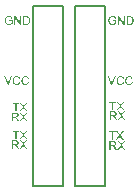
<source format=gto>
%FSLAX33Y33*%
%MOMM*%
%ADD10C,0.15*%
D10*
%LNtop silkscreen_traces*%
%LNtop silkscreen component 5c77d384395e6726*%
G01*
X2921Y0635D02*
X2921Y15875D01*
X5461Y15875*
X5461Y0635*
X2921Y0635*
G36*
X0927Y14535D02*
X0927Y14620D01*
X1235Y14620D01*
X1235Y14351D01*
X1199Y14324D01*
X1163Y14301D01*
X1126Y14282D01*
X1088Y14266D01*
X1050Y14253D01*
X1012Y14244D01*
X0973Y14239D01*
X0934Y14237D01*
X0881Y14240D01*
X0831Y14248D01*
X0784Y14263D01*
X0739Y14283D01*
X0698Y14308D01*
X0662Y14339D01*
X0632Y14375D01*
X0607Y14416D01*
X0587Y14460D01*
X0573Y14507D01*
X0565Y14557D01*
X0562Y14610D01*
X0565Y14662D01*
X0573Y14712D01*
X0587Y14761D01*
X0606Y14808D01*
X0631Y14851D01*
X0661Y14888D01*
X0695Y14919D01*
X0734Y14944D01*
X0777Y14964D01*
X0824Y14978D01*
X0873Y14986D01*
X0926Y14989D01*
X0965Y14987D01*
X1001Y14983D01*
X1036Y14975D01*
X1069Y14964D01*
X1099Y14949D01*
X1126Y14933D01*
X1149Y14914D01*
X1169Y14892D01*
X1186Y14868D01*
X1201Y14840D01*
X1213Y14808D01*
X1224Y14773D01*
X1137Y14749D01*
X1128Y14776D01*
X1119Y14799D01*
X1108Y14819D01*
X1096Y14837D01*
X1083Y14852D01*
X1067Y14865D01*
X1048Y14877D01*
X1027Y14888D01*
X1004Y14896D01*
X0979Y14902D01*
X0954Y14906D01*
X0927Y14907D01*
X0895Y14905D01*
X0865Y14902D01*
X0838Y14895D01*
X0813Y14887D01*
X0790Y14876D01*
X0769Y14863D01*
X0751Y14849D01*
X0735Y14834D01*
X0721Y14817D01*
X0709Y14799D01*
X0698Y14781D01*
X0689Y14762D01*
X0677Y14727D01*
X0668Y14692D01*
X0663Y14654D01*
X0661Y14616D01*
X0663Y14569D01*
X0670Y14526D01*
X0680Y14488D01*
X0695Y14453D01*
X0713Y14422D01*
X0736Y14396D01*
X0762Y14374D01*
X0792Y14356D01*
X0825Y14342D01*
X0858Y14332D01*
X0893Y14326D01*
X0928Y14324D01*
X0959Y14325D01*
X0990Y14330D01*
X1020Y14337D01*
X1050Y14348D01*
X1078Y14360D01*
X1103Y14373D01*
X1123Y14386D01*
X1141Y14399D01*
X1141Y14535D01*
X0927Y14535D01*
X0927Y14535D01*
X1376Y14249D02*
X1376Y14977D01*
X1474Y14977D01*
X1856Y14406D01*
X1856Y14977D01*
X1949Y14977D01*
X1949Y14249D01*
X1850Y14249D01*
X1468Y14821D01*
X1468Y14249D01*
X1376Y14249D01*
X1376Y14249D01*
X2110Y14249D02*
X2110Y14977D01*
X2359Y14977D01*
X2359Y14891D01*
X2207Y14891D01*
X2207Y14335D01*
X2207Y14335D01*
X2362Y14335D01*
X2396Y14336D01*
X2426Y14339D01*
X2452Y14343D01*
X2475Y14349D01*
X2494Y14356D01*
X2512Y14365D01*
X2527Y14375D01*
X2540Y14386D01*
X2556Y14405D01*
X2570Y14426D01*
X2583Y14451D01*
X2593Y14478D01*
X2602Y14509D01*
X2608Y14542D01*
X2611Y14579D01*
X2612Y14618D01*
X2610Y14672D01*
X2603Y14719D01*
X2591Y14760D01*
X2575Y14794D01*
X2555Y14822D01*
X2534Y14845D01*
X2510Y14863D01*
X2484Y14876D01*
X2462Y14882D01*
X2433Y14887D01*
X2399Y14890D01*
X2359Y14891D01*
X2359Y14977D01*
X2361Y14977D01*
X2401Y14976D01*
X2436Y14974D01*
X2466Y14971D01*
X2490Y14966D01*
X2521Y14958D01*
X2548Y14946D01*
X2574Y14932D01*
X2597Y14914D01*
X2624Y14888D01*
X2647Y14859D01*
X2667Y14826D01*
X2683Y14790D01*
X2696Y14751D01*
X2705Y14709D01*
X2710Y14664D01*
X2712Y14617D01*
X2710Y14577D01*
X2707Y14539D01*
X2701Y14503D01*
X2692Y14470D01*
X2682Y14440D01*
X2670Y14412D01*
X2657Y14387D01*
X2643Y14364D01*
X2627Y14344D01*
X2611Y14327D01*
X2594Y14311D01*
X2576Y14298D01*
X2558Y14287D01*
X2537Y14277D01*
X2514Y14269D01*
X2490Y14262D01*
X2463Y14256D01*
X2435Y14252D01*
X2405Y14250D01*
X2373Y14249D01*
X2110Y14249D01*
X2110Y14249D01*
X0794Y9169D02*
X0512Y9897D01*
X0617Y9897D01*
X0806Y9368D01*
X0817Y9337D01*
X0827Y9307D01*
X0836Y9278D01*
X0844Y9249D01*
X0853Y9279D01*
X0862Y9309D01*
X0872Y9339D01*
X0883Y9368D01*
X1079Y9897D01*
X1178Y9897D01*
X0893Y9169D01*
X0794Y9169D01*
X0794Y9169D01*
X1783Y9424D02*
X1879Y9400D01*
X1861Y9344D01*
X1837Y9296D01*
X1807Y9254D01*
X1770Y9219D01*
X1729Y9192D01*
X1683Y9173D01*
X1633Y9161D01*
X1578Y9157D01*
X1522Y9160D01*
X1471Y9169D01*
X1426Y9184D01*
X1387Y9205D01*
X1352Y9231D01*
X1322Y9263D01*
X1296Y9301D01*
X1275Y9344D01*
X1258Y9390D01*
X1246Y9438D01*
X1239Y9487D01*
X1236Y9538D01*
X1239Y9593D01*
X1247Y9645D01*
X1261Y9693D01*
X1280Y9737D01*
X1304Y9776D01*
X1332Y9811D01*
X1365Y9841D01*
X1403Y9865D01*
X1444Y9884D01*
X1487Y9898D01*
X1532Y9906D01*
X1580Y9909D01*
X1632Y9906D01*
X1680Y9895D01*
X1724Y9878D01*
X1763Y9854D01*
X1798Y9823D01*
X1826Y9787D01*
X1849Y9745D01*
X1867Y9697D01*
X1772Y9675D01*
X1758Y9712D01*
X1741Y9744D01*
X1721Y9770D01*
X1699Y9791D01*
X1673Y9806D01*
X1644Y9818D01*
X1613Y9824D01*
X1578Y9827D01*
X1537Y9824D01*
X1501Y9817D01*
X1467Y9804D01*
X1437Y9787D01*
X1411Y9765D01*
X1390Y9739D01*
X1372Y9711D01*
X1358Y9679D01*
X1348Y9645D01*
X1341Y9610D01*
X1337Y9575D01*
X1336Y9539D01*
X1337Y9494D01*
X1342Y9452D01*
X1351Y9413D01*
X1363Y9377D01*
X1378Y9345D01*
X1397Y9317D01*
X1420Y9293D01*
X1447Y9274D01*
X1476Y9259D01*
X1506Y9248D01*
X1538Y9241D01*
X1570Y9239D01*
X1609Y9242D01*
X1645Y9251D01*
X1677Y9266D01*
X1707Y9286D01*
X1733Y9312D01*
X1754Y9344D01*
X1771Y9381D01*
X1783Y9424D01*
X1783Y9424D01*
X2517Y9424D02*
X2613Y9400D01*
X2595Y9344D01*
X2571Y9296D01*
X2540Y9254D01*
X2504Y9219D01*
X2463Y9192D01*
X2417Y9173D01*
X2366Y9161D01*
X2312Y9157D01*
X2256Y9160D01*
X2205Y9169D01*
X2160Y9184D01*
X2121Y9205D01*
X2086Y9231D01*
X2056Y9263D01*
X2030Y9301D01*
X2008Y9344D01*
X1992Y9390D01*
X1980Y9438D01*
X1972Y9487D01*
X1970Y9538D01*
X1973Y9593D01*
X1981Y9645D01*
X1994Y9693D01*
X2013Y9737D01*
X2037Y9776D01*
X2066Y9811D01*
X2099Y9841D01*
X2137Y9865D01*
X2178Y9884D01*
X2221Y9898D01*
X2266Y9906D01*
X2313Y9909D01*
X2366Y9906D01*
X2414Y9895D01*
X2457Y9878D01*
X2497Y9854D01*
X2531Y9823D01*
X2560Y9787D01*
X2583Y9745D01*
X2601Y9697D01*
X2506Y9675D01*
X2492Y9712D01*
X2475Y9744D01*
X2455Y9770D01*
X2432Y9791D01*
X2407Y9806D01*
X2378Y9818D01*
X2346Y9824D01*
X2311Y9827D01*
X2271Y9824D01*
X2234Y9817D01*
X2201Y9804D01*
X2171Y9787D01*
X2145Y9765D01*
X2123Y9739D01*
X2106Y9711D01*
X2092Y9679D01*
X2082Y9645D01*
X2075Y9610D01*
X2071Y9575D01*
X2069Y9539D01*
X2071Y9494D01*
X2076Y9452D01*
X2084Y9413D01*
X2096Y9377D01*
X2112Y9345D01*
X2131Y9317D01*
X2154Y9293D01*
X2180Y9274D01*
X2209Y9259D01*
X2240Y9248D01*
X2271Y9241D01*
X2304Y9239D01*
X2343Y9242D01*
X2379Y9251D01*
X2411Y9266D01*
X2441Y9286D01*
X2467Y9312D01*
X2488Y9344D01*
X2505Y9381D01*
X2517Y9424D01*
X2517Y9424D01*
X1467Y6909D02*
X1467Y7550D01*
X1227Y7550D01*
X1227Y7636D01*
X1804Y7636D01*
X1804Y7550D01*
X1563Y7550D01*
X1563Y6909D01*
X1467Y6909D01*
X1467Y6909D01*
X1829Y6909D02*
X2110Y7288D01*
X1862Y7636D01*
X1977Y7636D01*
X2108Y7450D01*
X2128Y7422D01*
X2144Y7398D01*
X2157Y7378D01*
X2167Y7360D01*
X2180Y7380D01*
X2194Y7401D01*
X2209Y7422D01*
X2225Y7443D01*
X2371Y7636D01*
X2476Y7636D01*
X2220Y7293D01*
X2495Y6909D01*
X2376Y6909D01*
X2193Y7168D01*
X2186Y7180D01*
X2178Y7192D01*
X2170Y7204D01*
X2162Y7217D01*
X2150Y7199D01*
X2141Y7183D01*
X2133Y7171D01*
X2127Y7162D01*
X1944Y6909D01*
X1829Y6909D01*
X1829Y6909D01*
X1467Y4559D02*
X1467Y5201D01*
X1227Y5201D01*
X1227Y5287D01*
X1804Y5287D01*
X1804Y5201D01*
X1563Y5201D01*
X1563Y4559D01*
X1467Y4559D01*
X1467Y4559D01*
X1829Y4559D02*
X2110Y4938D01*
X1862Y5287D01*
X1977Y5287D01*
X2108Y5100D01*
X2128Y5073D01*
X2144Y5049D01*
X2157Y5028D01*
X2167Y5011D01*
X2180Y5031D01*
X2194Y5051D01*
X2209Y5072D01*
X2225Y5094D01*
X2371Y5287D01*
X2476Y5287D01*
X2220Y4944D01*
X2495Y4559D01*
X2376Y4559D01*
X2193Y4819D01*
X2186Y4830D01*
X2178Y4842D01*
X2170Y4854D01*
X2162Y4867D01*
X2150Y4849D01*
X2141Y4834D01*
X2133Y4822D01*
X2127Y4813D01*
X1944Y4559D01*
X1829Y4559D01*
X1829Y4559D01*
G37*
%LNtop silkscreen component f1eb1aa749278748*%
X6477Y0635D02*
X6477Y15875D01*
X9017Y15875*
X9017Y0635*
X6477Y0635*
G36*
X9690Y14535D02*
X9690Y14620D01*
X9998Y14620D01*
X9998Y14351D01*
X9962Y14324D01*
X9926Y14301D01*
X9889Y14282D01*
X9851Y14266D01*
X9813Y14253D01*
X9775Y14244D01*
X9736Y14239D01*
X9697Y14237D01*
X9644Y14240D01*
X9594Y14248D01*
X9547Y14263D01*
X9502Y14283D01*
X9461Y14308D01*
X9425Y14339D01*
X9395Y14375D01*
X9370Y14416D01*
X9350Y14460D01*
X9336Y14507D01*
X9328Y14557D01*
X9325Y14610D01*
X9328Y14662D01*
X9336Y14712D01*
X9350Y14761D01*
X9369Y14808D01*
X9394Y14851D01*
X9424Y14888D01*
X9458Y14919D01*
X9497Y14944D01*
X9540Y14964D01*
X9587Y14978D01*
X9636Y14986D01*
X9689Y14989D01*
X9728Y14987D01*
X9764Y14983D01*
X9799Y14975D01*
X9832Y14964D01*
X9862Y14949D01*
X9889Y14933D01*
X9912Y14914D01*
X9932Y14892D01*
X9949Y14868D01*
X9964Y14840D01*
X9976Y14808D01*
X9987Y14773D01*
X9900Y14749D01*
X9891Y14776D01*
X9882Y14799D01*
X9871Y14819D01*
X9859Y14837D01*
X9846Y14852D01*
X9830Y14865D01*
X9811Y14877D01*
X9790Y14888D01*
X9767Y14896D01*
X9742Y14902D01*
X9717Y14906D01*
X9690Y14907D01*
X9658Y14905D01*
X9628Y14902D01*
X9601Y14895D01*
X9576Y14887D01*
X9553Y14876D01*
X9532Y14863D01*
X9514Y14849D01*
X9498Y14834D01*
X9484Y14817D01*
X9472Y14799D01*
X9461Y14781D01*
X9452Y14762D01*
X9440Y14727D01*
X9431Y14692D01*
X9426Y14654D01*
X9424Y14616D01*
X9426Y14569D01*
X9433Y14526D01*
X9443Y14488D01*
X9458Y14453D01*
X9476Y14422D01*
X9499Y14396D01*
X9525Y14374D01*
X9555Y14356D01*
X9588Y14342D01*
X9621Y14332D01*
X9656Y14326D01*
X9691Y14324D01*
X9722Y14325D01*
X9753Y14330D01*
X9783Y14337D01*
X9813Y14348D01*
X9841Y14360D01*
X9866Y14373D01*
X9886Y14386D01*
X9904Y14399D01*
X9904Y14535D01*
X9690Y14535D01*
X9690Y14535D01*
X10139Y14249D02*
X10139Y14977D01*
X10237Y14977D01*
X10619Y14406D01*
X10619Y14977D01*
X10712Y14977D01*
X10712Y14249D01*
X10613Y14249D01*
X10231Y14821D01*
X10231Y14249D01*
X10139Y14249D01*
X10139Y14249D01*
X10873Y14249D02*
X10873Y14977D01*
X11122Y14977D01*
X11122Y14891D01*
X10970Y14891D01*
X10970Y14335D01*
X10970Y14335D01*
X11125Y14335D01*
X11159Y14336D01*
X11189Y14339D01*
X11215Y14343D01*
X11238Y14349D01*
X11257Y14356D01*
X11275Y14365D01*
X11290Y14375D01*
X11303Y14386D01*
X11319Y14405D01*
X11333Y14426D01*
X11346Y14451D01*
X11356Y14478D01*
X11365Y14509D01*
X11371Y14542D01*
X11374Y14579D01*
X11375Y14618D01*
X11373Y14672D01*
X11366Y14719D01*
X11354Y14760D01*
X11338Y14794D01*
X11318Y14822D01*
X11297Y14845D01*
X11273Y14863D01*
X11247Y14876D01*
X11225Y14882D01*
X11196Y14887D01*
X11162Y14890D01*
X11122Y14891D01*
X11122Y14977D01*
X11124Y14977D01*
X11164Y14976D01*
X11199Y14974D01*
X11229Y14971D01*
X11253Y14966D01*
X11284Y14958D01*
X11311Y14946D01*
X11337Y14932D01*
X11360Y14914D01*
X11387Y14888D01*
X11410Y14859D01*
X11430Y14826D01*
X11446Y14790D01*
X11459Y14751D01*
X11468Y14709D01*
X11473Y14664D01*
X11475Y14617D01*
X11473Y14577D01*
X11470Y14539D01*
X11464Y14503D01*
X11455Y14470D01*
X11445Y14440D01*
X11433Y14412D01*
X11420Y14387D01*
X11406Y14364D01*
X11390Y14344D01*
X11374Y14327D01*
X11357Y14311D01*
X11339Y14298D01*
X11321Y14287D01*
X11300Y14277D01*
X11277Y14269D01*
X11253Y14262D01*
X11226Y14256D01*
X11198Y14252D01*
X11168Y14250D01*
X11136Y14249D01*
X10873Y14249D01*
X10873Y14249D01*
X9583Y9169D02*
X9301Y9897D01*
X9405Y9897D01*
X9594Y9368D01*
X9605Y9337D01*
X9615Y9307D01*
X9624Y9278D01*
X9632Y9249D01*
X9641Y9279D01*
X9650Y9309D01*
X9661Y9339D01*
X9671Y9368D01*
X9868Y9897D01*
X9966Y9897D01*
X9681Y9169D01*
X9583Y9169D01*
X9583Y9169D01*
X10571Y9424D02*
X10668Y9400D01*
X10649Y9344D01*
X10625Y9296D01*
X10595Y9254D01*
X10559Y9219D01*
X10517Y9192D01*
X10471Y9173D01*
X10421Y9161D01*
X10366Y9157D01*
X10310Y9160D01*
X10260Y9169D01*
X10215Y9184D01*
X10175Y9205D01*
X10141Y9231D01*
X10110Y9263D01*
X10085Y9301D01*
X10063Y9344D01*
X10046Y9390D01*
X10034Y9438D01*
X10027Y9487D01*
X10025Y9538D01*
X10027Y9593D01*
X10036Y9645D01*
X10049Y9693D01*
X10068Y9737D01*
X10092Y9776D01*
X10121Y9811D01*
X10154Y9841D01*
X10192Y9865D01*
X10233Y9884D01*
X10276Y9898D01*
X10321Y9906D01*
X10368Y9909D01*
X10420Y9906D01*
X10468Y9895D01*
X10512Y9878D01*
X10552Y9854D01*
X10586Y9823D01*
X10615Y9787D01*
X10638Y9745D01*
X10655Y9697D01*
X10560Y9675D01*
X10546Y9712D01*
X10529Y9744D01*
X10510Y9770D01*
X10487Y9791D01*
X10461Y9806D01*
X10433Y9818D01*
X10401Y9824D01*
X10366Y9827D01*
X10326Y9824D01*
X10289Y9817D01*
X10256Y9804D01*
X10226Y9787D01*
X10200Y9765D01*
X10178Y9739D01*
X10160Y9711D01*
X10147Y9679D01*
X10137Y9645D01*
X10130Y9610D01*
X10125Y9575D01*
X10124Y9539D01*
X10126Y9494D01*
X10131Y9452D01*
X10139Y9413D01*
X10151Y9377D01*
X10166Y9345D01*
X10185Y9317D01*
X10208Y9293D01*
X10235Y9274D01*
X10264Y9259D01*
X10294Y9248D01*
X10326Y9241D01*
X10359Y9239D01*
X10397Y9242D01*
X10433Y9251D01*
X10466Y9266D01*
X10495Y9286D01*
X10521Y9312D01*
X10542Y9344D01*
X10559Y9381D01*
X10571Y9424D01*
X10571Y9424D01*
X11305Y9424D02*
X11401Y9400D01*
X11383Y9344D01*
X11359Y9296D01*
X11329Y9254D01*
X11292Y9219D01*
X11251Y9192D01*
X11205Y9173D01*
X11155Y9161D01*
X11100Y9157D01*
X11044Y9160D01*
X10994Y9169D01*
X10949Y9184D01*
X10909Y9205D01*
X10874Y9231D01*
X10844Y9263D01*
X10818Y9301D01*
X10797Y9344D01*
X10780Y9390D01*
X10768Y9438D01*
X10761Y9487D01*
X10758Y9538D01*
X10761Y9593D01*
X10769Y9645D01*
X10783Y9693D01*
X10802Y9737D01*
X10826Y9776D01*
X10854Y9811D01*
X10888Y9841D01*
X10925Y9865D01*
X10966Y9884D01*
X11009Y9898D01*
X11055Y9906D01*
X11102Y9909D01*
X11154Y9906D01*
X11202Y9895D01*
X11246Y9878D01*
X11285Y9854D01*
X11320Y9823D01*
X11348Y9787D01*
X11371Y9745D01*
X11389Y9697D01*
X11294Y9675D01*
X11280Y9712D01*
X11263Y9744D01*
X11243Y9770D01*
X11221Y9791D01*
X11195Y9806D01*
X11166Y9818D01*
X11135Y9824D01*
X11100Y9827D01*
X11060Y9824D01*
X11023Y9817D01*
X10989Y9804D01*
X10960Y9787D01*
X10934Y9765D01*
X10912Y9739D01*
X10894Y9711D01*
X10880Y9679D01*
X10870Y9645D01*
X10863Y9610D01*
X10859Y9575D01*
X10858Y9539D01*
X10859Y9494D01*
X10864Y9452D01*
X10873Y9413D01*
X10885Y9377D01*
X10900Y9345D01*
X10919Y9317D01*
X10942Y9293D01*
X10969Y9274D01*
X10998Y9259D01*
X11028Y9248D01*
X11060Y9241D01*
X11092Y9239D01*
X11131Y9242D01*
X11167Y9251D01*
X11200Y9266D01*
X11229Y9286D01*
X11255Y9312D01*
X11276Y9344D01*
X11293Y9381D01*
X11305Y9424D01*
X11305Y9424D01*
X9661Y7010D02*
X9661Y7652D01*
X9422Y7652D01*
X9422Y7738D01*
X9998Y7738D01*
X9998Y7652D01*
X9758Y7652D01*
X9758Y7010D01*
X9661Y7010D01*
X9661Y7010D01*
X10023Y7010D02*
X10304Y7389D01*
X10056Y7738D01*
X10171Y7738D01*
X10303Y7551D01*
X10322Y7524D01*
X10338Y7500D01*
X10351Y7479D01*
X10361Y7462D01*
X10374Y7482D01*
X10388Y7502D01*
X10403Y7523D01*
X10419Y7545D01*
X10565Y7738D01*
X10670Y7738D01*
X10414Y7395D01*
X10690Y7010D01*
X10571Y7010D01*
X10388Y7270D01*
X10380Y7281D01*
X10372Y7293D01*
X10364Y7306D01*
X10356Y7318D01*
X10345Y7300D01*
X10335Y7285D01*
X10327Y7273D01*
X10321Y7264D01*
X10139Y7010D01*
X10023Y7010D01*
X10023Y7010D01*
X9611Y4496D02*
X9611Y5137D01*
X9371Y5137D01*
X9371Y5223D01*
X9947Y5223D01*
X9947Y5137D01*
X9707Y5137D01*
X9707Y4496D01*
X9611Y4496D01*
X9611Y4496D01*
X9972Y4496D02*
X10254Y4875D01*
X10005Y5223D01*
X10120Y5223D01*
X10252Y5037D01*
X10271Y5009D01*
X10287Y4985D01*
X10300Y4965D01*
X10311Y4947D01*
X10323Y4967D01*
X10337Y4988D01*
X10352Y5009D01*
X10368Y5030D01*
X10514Y5223D01*
X10619Y5223D01*
X10364Y4880D01*
X10639Y4496D01*
X10520Y4496D01*
X10337Y4755D01*
X10329Y4767D01*
X10321Y4779D01*
X10313Y4791D01*
X10305Y4804D01*
X10294Y4786D01*
X10284Y4770D01*
X10276Y4758D01*
X10270Y4749D01*
X10088Y4496D01*
X9972Y4496D01*
X9972Y4496D01*
G37*
%LNtext*%
G36*
X1158Y3734D02*
X1158Y4461D01*
X1480Y4461D01*
X1526Y4460D01*
X1566Y4456D01*
X1600Y4450D01*
X1628Y4441D01*
X1652Y4430D01*
X1673Y4414D01*
X1692Y4395D01*
X1709Y4372D01*
X1722Y4347D01*
X1732Y4320D01*
X1737Y4292D01*
X1739Y4263D01*
X1736Y4225D01*
X1727Y4191D01*
X1711Y4160D01*
X1689Y4132D01*
X1661Y4108D01*
X1625Y4089D01*
X1583Y4074D01*
X1559Y4070D01*
X1544Y4148D01*
X1564Y4154D01*
X1581Y4162D01*
X1597Y4171D01*
X1610Y4183D01*
X1621Y4197D01*
X1629Y4213D01*
X1635Y4229D01*
X1639Y4245D01*
X1640Y4263D01*
X1638Y4287D01*
X1631Y4310D01*
X1619Y4330D01*
X1602Y4347D01*
X1581Y4362D01*
X1554Y4372D01*
X1522Y4379D01*
X1484Y4381D01*
X1254Y4381D01*
X1254Y4140D01*
X1254Y4140D01*
X1461Y4140D01*
X1492Y4141D01*
X1520Y4144D01*
X1544Y4148D01*
X1559Y4070D01*
X1534Y4065D01*
X1552Y4056D01*
X1568Y4046D01*
X1581Y4037D01*
X1592Y4028D01*
X1613Y4008D01*
X1633Y3985D01*
X1653Y3960D01*
X1672Y3932D01*
X1799Y3734D01*
X1678Y3734D01*
X1581Y3885D01*
X1561Y3916D01*
X1543Y3943D01*
X1526Y3966D01*
X1512Y3985D01*
X1499Y4001D01*
X1486Y4015D01*
X1474Y4026D01*
X1463Y4034D01*
X1452Y4040D01*
X1441Y4046D01*
X1430Y4050D01*
X1419Y4053D01*
X1410Y4055D01*
X1398Y4056D01*
X1383Y4057D01*
X1366Y4057D01*
X1254Y4057D01*
X1254Y3734D01*
X1158Y3734D01*
X1158Y3734D01*
X1816Y3734D02*
X2097Y4113D01*
X1849Y4461D01*
X1964Y4461D01*
X2096Y4275D01*
X2115Y4247D01*
X2131Y4223D01*
X2144Y4203D01*
X2154Y4185D01*
X2167Y4205D01*
X2181Y4226D01*
X2196Y4247D01*
X2212Y4268D01*
X2358Y4461D01*
X2463Y4461D01*
X2207Y4118D01*
X2483Y3734D01*
X2364Y3734D01*
X2181Y3993D01*
X2173Y4005D01*
X2165Y4017D01*
X2157Y4029D01*
X2149Y4042D01*
X2138Y4024D01*
X2128Y4008D01*
X2120Y3996D01*
X2114Y3987D01*
X1932Y3734D01*
X1816Y3734D01*
X1816Y3734D01*
X1158Y6071D02*
X1158Y6798D01*
X1480Y6798D01*
X1526Y6797D01*
X1566Y6793D01*
X1600Y6787D01*
X1628Y6778D01*
X1652Y6767D01*
X1673Y6751D01*
X1692Y6732D01*
X1709Y6709D01*
X1722Y6684D01*
X1732Y6657D01*
X1737Y6629D01*
X1739Y6599D01*
X1736Y6562D01*
X1727Y6528D01*
X1711Y6497D01*
X1689Y6469D01*
X1661Y6445D01*
X1625Y6426D01*
X1583Y6411D01*
X1559Y6406D01*
X1544Y6485D01*
X1564Y6491D01*
X1581Y6498D01*
X1597Y6508D01*
X1610Y6520D01*
X1621Y6534D01*
X1629Y6550D01*
X1635Y6566D01*
X1639Y6582D01*
X1640Y6599D01*
X1638Y6624D01*
X1631Y6646D01*
X1619Y6667D01*
X1602Y6684D01*
X1581Y6699D01*
X1554Y6709D01*
X1522Y6715D01*
X1484Y6718D01*
X1254Y6718D01*
X1254Y6477D01*
X1254Y6477D01*
X1461Y6477D01*
X1492Y6478D01*
X1520Y6480D01*
X1544Y6485D01*
X1559Y6406D01*
X1534Y6401D01*
X1552Y6392D01*
X1568Y6383D01*
X1581Y6374D01*
X1592Y6365D01*
X1613Y6345D01*
X1633Y6322D01*
X1653Y6296D01*
X1672Y6269D01*
X1799Y6071D01*
X1678Y6071D01*
X1581Y6222D01*
X1561Y6253D01*
X1543Y6280D01*
X1526Y6303D01*
X1512Y6322D01*
X1499Y6338D01*
X1486Y6352D01*
X1474Y6362D01*
X1463Y6371D01*
X1452Y6377D01*
X1441Y6383D01*
X1430Y6387D01*
X1419Y6390D01*
X1410Y6392D01*
X1398Y6393D01*
X1383Y6393D01*
X1366Y6394D01*
X1254Y6394D01*
X1254Y6071D01*
X1158Y6071D01*
X1158Y6071D01*
X1816Y6071D02*
X2097Y6450D01*
X1849Y6798D01*
X1964Y6798D01*
X2096Y6611D01*
X2115Y6584D01*
X2131Y6560D01*
X2144Y6539D01*
X2154Y6522D01*
X2167Y6542D01*
X2181Y6563D01*
X2196Y6584D01*
X2212Y6605D01*
X2358Y6798D01*
X2463Y6798D01*
X2207Y6455D01*
X2483Y6071D01*
X2364Y6071D01*
X2181Y6330D01*
X2173Y6341D01*
X2165Y6353D01*
X2157Y6366D01*
X2149Y6379D01*
X2138Y6360D01*
X2128Y6345D01*
X2120Y6333D01*
X2114Y6324D01*
X1932Y6071D01*
X1816Y6071D01*
X1816Y6071D01*
X9427Y3665D02*
X9427Y4393D01*
X9750Y4393D01*
X9795Y4392D01*
X9835Y4388D01*
X9869Y4382D01*
X9897Y4373D01*
X9921Y4361D01*
X9943Y4346D01*
X9962Y4327D01*
X9978Y4304D01*
X9992Y4278D01*
X10001Y4252D01*
X10007Y4224D01*
X10009Y4194D01*
X10005Y4157D01*
X9996Y4123D01*
X9980Y4092D01*
X9958Y4064D01*
X9930Y4040D01*
X9895Y4020D01*
X9853Y4006D01*
X9828Y4001D01*
X9813Y4079D01*
X9833Y4085D01*
X9851Y4093D01*
X9866Y4103D01*
X9879Y4115D01*
X9890Y4129D01*
X9898Y4144D01*
X9905Y4160D01*
X9908Y4177D01*
X9909Y4194D01*
X9907Y4219D01*
X9900Y4241D01*
X9888Y4261D01*
X9872Y4279D01*
X9850Y4294D01*
X9824Y4304D01*
X9791Y4310D01*
X9754Y4312D01*
X9523Y4312D01*
X9523Y4072D01*
X9523Y4072D01*
X9730Y4072D01*
X9761Y4073D01*
X9789Y4075D01*
X9813Y4079D01*
X9828Y4001D01*
X9804Y3996D01*
X9822Y3987D01*
X9837Y3978D01*
X9851Y3969D01*
X9862Y3960D01*
X9883Y3940D01*
X9903Y3917D01*
X9922Y3891D01*
X9942Y3863D01*
X10068Y3665D01*
X9947Y3665D01*
X9851Y3817D01*
X9831Y3848D01*
X9812Y3875D01*
X9796Y3898D01*
X9781Y3917D01*
X9768Y3933D01*
X9756Y3947D01*
X9744Y3957D01*
X9733Y3966D01*
X9722Y3972D01*
X9711Y3977D01*
X9700Y3982D01*
X9689Y3985D01*
X9679Y3986D01*
X9667Y3988D01*
X9652Y3988D01*
X9635Y3988D01*
X9523Y3988D01*
X9523Y3665D01*
X9427Y3665D01*
X9427Y3665D01*
X10085Y3665D02*
X10367Y4044D01*
X10119Y4393D01*
X10233Y4393D01*
X10365Y4206D01*
X10384Y4179D01*
X10401Y4155D01*
X10414Y4134D01*
X10424Y4117D01*
X10437Y4137D01*
X10450Y4157D01*
X10465Y4178D01*
X10481Y4200D01*
X10628Y4393D01*
X10732Y4393D01*
X10477Y4050D01*
X10752Y3665D01*
X10633Y3665D01*
X10450Y3925D01*
X10442Y3936D01*
X10434Y3948D01*
X10426Y3961D01*
X10418Y3974D01*
X10407Y3955D01*
X10398Y3940D01*
X10390Y3928D01*
X10384Y3919D01*
X10201Y3665D01*
X10085Y3665D01*
X10085Y3665D01*
X9452Y6185D02*
X9452Y6912D01*
X9775Y6912D01*
X9821Y6911D01*
X9861Y6907D01*
X9895Y6901D01*
X9923Y6893D01*
X9947Y6881D01*
X9968Y6865D01*
X9987Y6846D01*
X10004Y6823D01*
X10017Y6798D01*
X10026Y6771D01*
X10032Y6743D01*
X10034Y6714D01*
X10031Y6677D01*
X10021Y6642D01*
X10006Y6611D01*
X9984Y6583D01*
X9955Y6559D01*
X9920Y6540D01*
X9878Y6525D01*
X9854Y6521D01*
X9838Y6599D01*
X9859Y6605D01*
X9876Y6613D01*
X9892Y6623D01*
X9905Y6635D01*
X9915Y6648D01*
X9924Y6664D01*
X9930Y6680D01*
X9933Y6696D01*
X9935Y6714D01*
X9932Y6738D01*
X9925Y6761D01*
X9914Y6781D01*
X9897Y6799D01*
X9876Y6813D01*
X9849Y6823D01*
X9817Y6830D01*
X9779Y6832D01*
X9549Y6832D01*
X9549Y6591D01*
X9549Y6591D01*
X9756Y6591D01*
X9787Y6592D01*
X9814Y6595D01*
X9838Y6599D01*
X9854Y6521D01*
X9829Y6516D01*
X9847Y6507D01*
X9863Y6498D01*
X9876Y6489D01*
X9887Y6480D01*
X9908Y6459D01*
X9928Y6436D01*
X9948Y6411D01*
X9967Y6383D01*
X10093Y6185D01*
X9972Y6185D01*
X9876Y6336D01*
X9856Y6367D01*
X9838Y6394D01*
X9821Y6417D01*
X9807Y6436D01*
X9793Y6452D01*
X9781Y6466D01*
X9769Y6477D01*
X9758Y6485D01*
X9747Y6491D01*
X9736Y6497D01*
X9725Y6501D01*
X9714Y6504D01*
X9704Y6506D01*
X9692Y6507D01*
X9678Y6508D01*
X9660Y6508D01*
X9549Y6508D01*
X9549Y6185D01*
X9452Y6185D01*
X9452Y6185D01*
X10111Y6185D02*
X10392Y6564D01*
X10144Y6912D01*
X10259Y6912D01*
X10391Y6726D01*
X10410Y6698D01*
X10426Y6674D01*
X10439Y6654D01*
X10449Y6636D01*
X10462Y6656D01*
X10476Y6677D01*
X10491Y6698D01*
X10507Y6719D01*
X10653Y6912D01*
X10758Y6912D01*
X10502Y6569D01*
X10778Y6185D01*
X10658Y6185D01*
X10475Y6444D01*
X10468Y6456D01*
X10460Y6468D01*
X10452Y6480D01*
X10444Y6493D01*
X10432Y6475D01*
X10423Y6459D01*
X10415Y6447D01*
X10409Y6438D01*
X10226Y6185D01*
X10111Y6185D01*
X10111Y6185D01*
G37*
M02*
</source>
